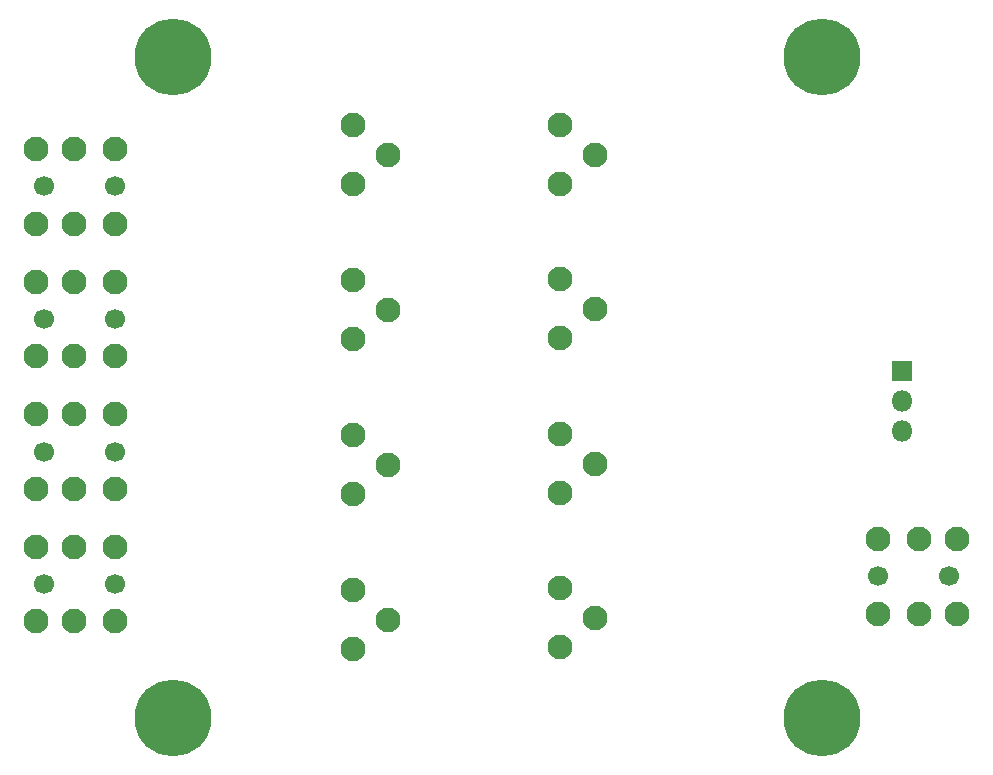
<source format=gbs>
G04 #@! TF.GenerationSoftware,KiCad,Pcbnew,5.1.6-c6e7f7d~87~ubuntu18.04.1*
G04 #@! TF.CreationDate,2020-09-10T19:55:48-05:00*
G04 #@! TF.ProjectId,MiniStereoMixer,4d696e69-5374-4657-9265-6f4d69786572,rev?*
G04 #@! TF.SameCoordinates,Original*
G04 #@! TF.FileFunction,Soldermask,Bot*
G04 #@! TF.FilePolarity,Negative*
%FSLAX46Y46*%
G04 Gerber Fmt 4.6, Leading zero omitted, Abs format (unit mm)*
G04 Created by KiCad (PCBNEW 5.1.6-c6e7f7d~87~ubuntu18.04.1) date 2020-09-10 19:55:48*
%MOMM*%
%LPD*%
G01*
G04 APERTURE LIST*
%ADD10C,1.700000*%
%ADD11C,2.100000*%
%ADD12R,1.800000X1.800000*%
%ADD13O,1.800000X1.800000*%
%ADD14C,6.500000*%
G04 APERTURE END LIST*
D10*
G04 #@! TO.C,J6*
X193579000Y-87122000D03*
X199579000Y-87122000D03*
D11*
X193579000Y-83972000D03*
X197079000Y-83972000D03*
X200279000Y-83972000D03*
X197079000Y-90272000D03*
X193579000Y-90272000D03*
X200279000Y-90272000D03*
G04 #@! TD*
D10*
G04 #@! TO.C,J1*
X129001000Y-87782000D03*
X123001000Y-87782000D03*
D11*
X129001000Y-90932000D03*
X125501000Y-90932000D03*
X122301000Y-90932000D03*
X125501000Y-84632000D03*
X129001000Y-84632000D03*
X122301000Y-84632000D03*
G04 #@! TD*
D10*
G04 #@! TO.C,J2*
X129001000Y-76555332D03*
X123001000Y-76555332D03*
D11*
X129001000Y-79705332D03*
X125501000Y-79705332D03*
X122301000Y-79705332D03*
X125501000Y-73405332D03*
X129001000Y-73405332D03*
X122301000Y-73405332D03*
G04 #@! TD*
D10*
G04 #@! TO.C,J3*
X129001000Y-65328666D03*
X123001000Y-65328666D03*
D11*
X129001000Y-68478666D03*
X125501000Y-68478666D03*
X122301000Y-68478666D03*
X125501000Y-62178666D03*
X129001000Y-62178666D03*
X122301000Y-62178666D03*
G04 #@! TD*
D10*
G04 #@! TO.C,J4*
X129001000Y-54102000D03*
X123001000Y-54102000D03*
D11*
X129001000Y-57252000D03*
X125501000Y-57252000D03*
X122301000Y-57252000D03*
X125501000Y-50952000D03*
X129001000Y-50952000D03*
X122301000Y-50952000D03*
G04 #@! TD*
D12*
G04 #@! TO.C,SW1*
X195580000Y-69723000D03*
D13*
X195580000Y-72263000D03*
X195580000Y-74803000D03*
G04 #@! TD*
D14*
G04 #@! TO.C,H5*
X133873000Y-43124000D03*
G04 #@! TD*
G04 #@! TO.C,H6*
X133873000Y-99124000D03*
G04 #@! TD*
G04 #@! TO.C,H7*
X188873000Y-43124000D03*
G04 #@! TD*
G04 #@! TO.C,H8*
X188873000Y-99124000D03*
G04 #@! TD*
D11*
G04 #@! TO.C,RV1*
X149098000Y-48895000D03*
X152098000Y-51435000D03*
X149098000Y-53895000D03*
G04 #@! TD*
G04 #@! TO.C,RV2*
X149098000Y-67018333D03*
X152098000Y-64558333D03*
X149098000Y-62018333D03*
G04 #@! TD*
G04 #@! TO.C,RV3*
X149098000Y-80141666D03*
X152098000Y-77681666D03*
X149098000Y-75141666D03*
G04 #@! TD*
G04 #@! TO.C,RV4*
X149098000Y-88265000D03*
X152098000Y-90805000D03*
X149098000Y-93265000D03*
G04 #@! TD*
G04 #@! TO.C,RV5*
X166624000Y-93138000D03*
X169624000Y-90678000D03*
X166624000Y-88138000D03*
G04 #@! TD*
G04 #@! TO.C,RV6*
X166624000Y-80057000D03*
X169624000Y-77597000D03*
X166624000Y-75057000D03*
G04 #@! TD*
G04 #@! TO.C,RV7*
X166624000Y-61976000D03*
X169624000Y-64516000D03*
X166624000Y-66976000D03*
G04 #@! TD*
G04 #@! TO.C,RV8*
X166624000Y-48895000D03*
X169624000Y-51435000D03*
X166624000Y-53895000D03*
G04 #@! TD*
M02*

</source>
